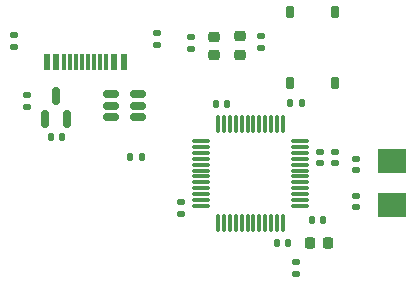
<source format=gtp>
G04 #@! TF.GenerationSoftware,KiCad,Pcbnew,(6.0.6-0)*
G04 #@! TF.CreationDate,2022-07-11T21:24:59+01:00*
G04 #@! TF.ProjectId,Spinny,5370696e-6e79-42e6-9b69-6361645f7063,rev?*
G04 #@! TF.SameCoordinates,Original*
G04 #@! TF.FileFunction,Paste,Top*
G04 #@! TF.FilePolarity,Positive*
%FSLAX46Y46*%
G04 Gerber Fmt 4.6, Leading zero omitted, Abs format (unit mm)*
G04 Created by KiCad (PCBNEW (6.0.6-0)) date 2022-07-11 21:24:59*
%MOMM*%
%LPD*%
G01*
G04 APERTURE LIST*
G04 Aperture macros list*
%AMRoundRect*
0 Rectangle with rounded corners*
0 $1 Rounding radius*
0 $2 $3 $4 $5 $6 $7 $8 $9 X,Y pos of 4 corners*
0 Add a 4 corners polygon primitive as box body*
4,1,4,$2,$3,$4,$5,$6,$7,$8,$9,$2,$3,0*
0 Add four circle primitives for the rounded corners*
1,1,$1+$1,$2,$3*
1,1,$1+$1,$4,$5*
1,1,$1+$1,$6,$7*
1,1,$1+$1,$8,$9*
0 Add four rect primitives between the rounded corners*
20,1,$1+$1,$2,$3,$4,$5,0*
20,1,$1+$1,$4,$5,$6,$7,0*
20,1,$1+$1,$6,$7,$8,$9,0*
20,1,$1+$1,$8,$9,$2,$3,0*%
G04 Aperture macros list end*
%ADD10RoundRect,0.218750X-0.256250X0.218750X-0.256250X-0.218750X0.256250X-0.218750X0.256250X0.218750X0*%
%ADD11RoundRect,0.135000X-0.185000X0.135000X-0.185000X-0.135000X0.185000X-0.135000X0.185000X0.135000X0*%
%ADD12RoundRect,0.140000X-0.140000X-0.170000X0.140000X-0.170000X0.140000X0.170000X-0.140000X0.170000X0*%
%ADD13R,2.400000X2.000000*%
%ADD14RoundRect,0.075000X0.662500X0.075000X-0.662500X0.075000X-0.662500X-0.075000X0.662500X-0.075000X0*%
%ADD15RoundRect,0.075000X0.075000X0.662500X-0.075000X0.662500X-0.075000X-0.662500X0.075000X-0.662500X0*%
%ADD16R,0.600000X1.450000*%
%ADD17R,0.300000X1.450000*%
%ADD18RoundRect,0.150000X0.150000X-0.587500X0.150000X0.587500X-0.150000X0.587500X-0.150000X-0.587500X0*%
%ADD19RoundRect,0.140000X0.140000X0.170000X-0.140000X0.170000X-0.140000X-0.170000X0.140000X-0.170000X0*%
%ADD20RoundRect,0.140000X-0.170000X0.140000X-0.170000X-0.140000X0.170000X-0.140000X0.170000X0.140000X0*%
%ADD21RoundRect,0.140000X0.170000X-0.140000X0.170000X0.140000X-0.170000X0.140000X-0.170000X-0.140000X0*%
%ADD22RoundRect,0.135000X-0.135000X-0.185000X0.135000X-0.185000X0.135000X0.185000X-0.135000X0.185000X0*%
%ADD23RoundRect,0.225000X-0.225000X-0.250000X0.225000X-0.250000X0.225000X0.250000X-0.225000X0.250000X0*%
%ADD24RoundRect,0.135000X0.185000X-0.135000X0.185000X0.135000X-0.185000X0.135000X-0.185000X-0.135000X0*%
%ADD25RoundRect,0.150000X-0.512500X-0.150000X0.512500X-0.150000X0.512500X0.150000X-0.512500X0.150000X0*%
%ADD26RoundRect,0.187500X0.187500X-0.312500X0.187500X0.312500X-0.187500X0.312500X-0.187500X-0.312500X0*%
G04 APERTURE END LIST*
D10*
G04 #@! TO.C,D1*
X160950000Y-74877500D03*
X160950000Y-76452500D03*
G04 #@! TD*
D11*
G04 #@! TO.C,R4*
X167850000Y-93940000D03*
X167850000Y-94960000D03*
G04 #@! TD*
D12*
G04 #@! TO.C,C5*
X161050000Y-80600000D03*
X162010000Y-80600000D03*
G04 #@! TD*
G04 #@! TO.C,C12*
X167370000Y-80450000D03*
X168330000Y-80450000D03*
G04 #@! TD*
D13*
G04 #@! TO.C,Y1*
X175950000Y-89100000D03*
X175950000Y-85400000D03*
G04 #@! TD*
D14*
G04 #@! TO.C,U3*
X168162500Y-89200000D03*
X168162500Y-88700000D03*
X168162500Y-88200000D03*
X168162500Y-87700000D03*
X168162500Y-87200000D03*
X168162500Y-86700000D03*
X168162500Y-86200000D03*
X168162500Y-85700000D03*
X168162500Y-85200000D03*
X168162500Y-84700000D03*
X168162500Y-84200000D03*
X168162500Y-83700000D03*
D15*
X166750000Y-82287500D03*
X166250000Y-82287500D03*
X165750000Y-82287500D03*
X165250000Y-82287500D03*
X164750000Y-82287500D03*
X164250000Y-82287500D03*
X163750000Y-82287500D03*
X163250000Y-82287500D03*
X162750000Y-82287500D03*
X162250000Y-82287500D03*
X161750000Y-82287500D03*
X161250000Y-82287500D03*
D14*
X159837500Y-83700000D03*
X159837500Y-84200000D03*
X159837500Y-84700000D03*
X159837500Y-85200000D03*
X159837500Y-85700000D03*
X159837500Y-86200000D03*
X159837500Y-86700000D03*
X159837500Y-87200000D03*
X159837500Y-87700000D03*
X159837500Y-88200000D03*
X159837500Y-88700000D03*
X159837500Y-89200000D03*
D15*
X161250000Y-90612500D03*
X161750000Y-90612500D03*
X162250000Y-90612500D03*
X162750000Y-90612500D03*
X163250000Y-90612500D03*
X163750000Y-90612500D03*
X164250000Y-90612500D03*
X164750000Y-90612500D03*
X165250000Y-90612500D03*
X165750000Y-90612500D03*
X166250000Y-90612500D03*
X166750000Y-90612500D03*
G04 #@! TD*
D16*
G04 #@! TO.C,J1*
X153250000Y-77045000D03*
X152450000Y-77045000D03*
D17*
X151250000Y-77045000D03*
X150250000Y-77045000D03*
X149750000Y-77045000D03*
X148750000Y-77045000D03*
D16*
X147550000Y-77045000D03*
X146750000Y-77045000D03*
X146750000Y-77045000D03*
X147550000Y-77045000D03*
D17*
X148250000Y-77045000D03*
X149250000Y-77045000D03*
X150750000Y-77045000D03*
X151750000Y-77045000D03*
D16*
X152450000Y-77045000D03*
X153250000Y-77045000D03*
G04 #@! TD*
D18*
G04 #@! TO.C,U1*
X146600000Y-81800000D03*
X148500000Y-81800000D03*
X147550000Y-79925000D03*
G04 #@! TD*
D19*
G04 #@! TO.C,C7*
X167180000Y-92300000D03*
X166220000Y-92300000D03*
G04 #@! TD*
D11*
G04 #@! TO.C,R6*
X164850000Y-74840000D03*
X164850000Y-75860000D03*
G04 #@! TD*
D12*
G04 #@! TO.C,C4*
X169200000Y-90400000D03*
X170160000Y-90400000D03*
G04 #@! TD*
D10*
G04 #@! TO.C,D2*
X163150000Y-74840000D03*
X163150000Y-76415000D03*
G04 #@! TD*
D20*
G04 #@! TO.C,C8*
X171150000Y-84600000D03*
X171150000Y-85560000D03*
G04 #@! TD*
G04 #@! TO.C,C10*
X172950000Y-88350000D03*
X172950000Y-89310000D03*
G04 #@! TD*
G04 #@! TO.C,C1*
X145100000Y-79840000D03*
X145100000Y-80800000D03*
G04 #@! TD*
D11*
G04 #@! TO.C,R1*
X156050000Y-74590000D03*
X156050000Y-75610000D03*
G04 #@! TD*
G04 #@! TO.C,R3*
X159000000Y-74850000D03*
X159000000Y-75870000D03*
G04 #@! TD*
D21*
G04 #@! TO.C,C11*
X172950000Y-86186000D03*
X172950000Y-85226000D03*
G04 #@! TD*
D22*
G04 #@! TO.C,R5*
X153790000Y-85070000D03*
X154810000Y-85070000D03*
G04 #@! TD*
D23*
G04 #@! TO.C,C3*
X169000000Y-92300000D03*
X170550000Y-92300000D03*
G04 #@! TD*
D24*
G04 #@! TO.C,R2*
X143950000Y-75720000D03*
X143950000Y-74700000D03*
G04 #@! TD*
D21*
G04 #@! TO.C,C6*
X158150000Y-89850000D03*
X158150000Y-88890000D03*
G04 #@! TD*
D25*
G04 #@! TO.C,U2*
X152212500Y-79750000D03*
X152212500Y-80700000D03*
X152212500Y-81650000D03*
X154487500Y-81650000D03*
X154487500Y-80700000D03*
X154487500Y-79750000D03*
G04 #@! TD*
D20*
G04 #@! TO.C,C9*
X169900000Y-84600000D03*
X169900000Y-85560000D03*
G04 #@! TD*
D19*
G04 #@! TO.C,C2*
X148060000Y-83400000D03*
X147100000Y-83400000D03*
G04 #@! TD*
D26*
G04 #@! TO.C,SW5*
X167375000Y-78800000D03*
X171125000Y-78800000D03*
X171125000Y-72800000D03*
X167375000Y-72800000D03*
G04 #@! TD*
M02*

</source>
